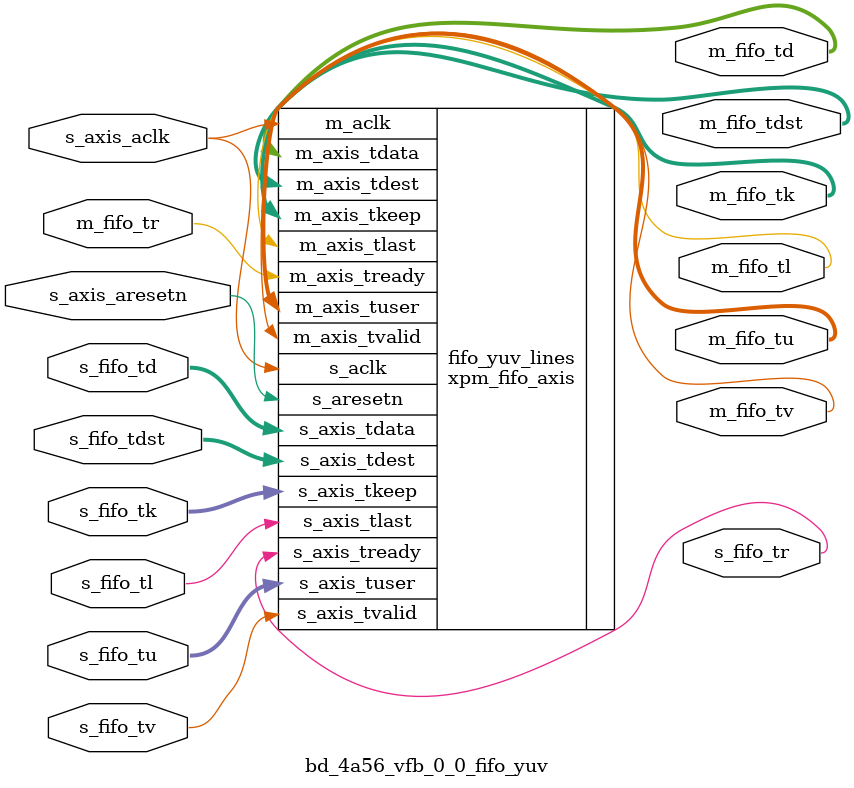
<source format=v>
`timescale 1ps/1ps
module bd_4a56_vfb_0_0_fifo_yuv (
  input            s_axis_aclk    ,

  input         s_axis_aresetn ,
  output    s_fifo_tr      ,
  input     s_fifo_tv      ,
  input      [64-1:0]  s_fifo_td      ,
  input      [96-1:0]  s_fifo_tu      ,
  input      [4-1:0] s_fifo_tdst      ,
  input      [8-1:0] s_fifo_tk      ,
  input      s_fifo_tl      ,
  input     m_fifo_tr      ,
  output     m_fifo_tv      ,
  output   [64-1:0]   m_fifo_td      ,
  output   [4-1:0] m_fifo_tdst ,
  output   [96-1:0]  m_fifo_tu      ,
  output    [8-1:0] m_fifo_tk      ,
  output      m_fifo_tl      
);

xpm_fifo_axis#(
      .CLOCKING_MODE("common_clock"), // String
      .ECC_MODE("no_ecc"),            // String
      .FIFO_DEPTH(16),              // DECIMAL
      .FIFO_MEMORY_TYPE("distributed"),      // String
      .PACKET_FIFO("false"),          // String
      .PROG_EMPTY_THRESH(10),         // DECIMAL
      .PROG_FULL_THRESH(4091),          // DECIMAL
      .RD_DATA_COUNT_WIDTH(1),        // DECIMAL
      .RELATED_CLOCKS(0),             // DECIMAL
      .SIM_ASSERT_CHK(0),             // DECIMAL; 0=disable simulation messages, 1=enable simulation messages
      .TDATA_WIDTH(64),               // DECIMAL
      .TDEST_WIDTH(4),                // DECIMAL
      .TUSER_WIDTH(96),                // DECIMAL
      .USE_ADV_FEATURES("1000"),      // String
      .WR_DATA_COUNT_WIDTH(1)         // DECIMAL
 ) fifo_yuv_lines(
  .s_aresetn         (s_axis_aresetn ),
  .m_aclk            (s_axis_aclk    ),
  .s_aclk            (s_axis_aclk    ),
  .s_axis_tready     (s_fifo_tr      ),
  .s_axis_tvalid     (s_fifo_tv      ),
  .s_axis_tdata      (s_fifo_td      ),
  .s_axis_tuser      (s_fifo_tu      ),
  .s_axis_tdest      (s_fifo_tdst      ),
  .s_axis_tkeep      (s_fifo_tk      ),
  .s_axis_tlast      (s_fifo_tl      ),
  .m_axis_tready     (m_fifo_tr      ),
  .m_axis_tvalid     (m_fifo_tv      ),
  .m_axis_tdata      (m_fifo_td      ),
  .m_axis_tdest      (m_fifo_tdst     ),
  .m_axis_tuser      (m_fifo_tu      ),
  .m_axis_tkeep      (m_fifo_tk      ),
  .m_axis_tlast      (m_fifo_tl      )
);
endmodule

</source>
